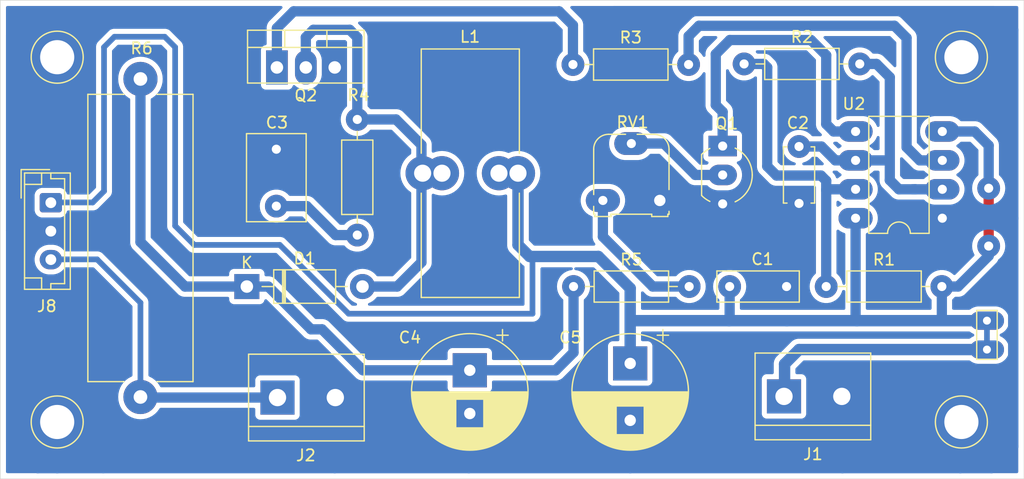
<source format=kicad_pcb>
(kicad_pcb (version 20240108) (generator "pcbnew") (generator_version "8.0")
  (layers (0 "F.Cu" signal) (31 "B.Cu" signal) (34 "B.Paste" user) (35 "F.Paste" user) (36 "B.SilkS" user "B.Silkscreen") (37 "F.SilkS" user "F.Silkscreen") (38 "B.Mask" user) (39 "F.Mask" user) (44 "Edge.Cuts" user))
  (net 0 "")
  (net 1 "+12V")
  (net 2 "GND")
  (net 3 "Net-(U2-THR)")
  (net 4 "Net-(C3-Pad2)")
  (net 5 "Net-(D1-K)")
  (net 6 "Net-(D1-A)")
  (net 7 "Net-(Q1-B)")
  (net 8 "Net-(Q1-C)")
  (net 9 "Net-(Q2-G)")
  (net 10 "Net-(U2-DIS)")
  (net 11 "Net-(U2-Q)")
  (net 12 "Net-(R5-Pad1)")
  (net 13 "Net-(J2-Pin_1)")
  (footprint "TestPoint:TestPoint_Bridge_Pitch2.54mm_Drill0.7mm" (layer "F.Cu") (at 209.2452 95.0976 -90)
    (property "Reference" "J7" (hide yes))
    (property "Value" "Int")
    (pad "1" thru_hole oval (at 0 0 270) (size 1.6 3) (drill 0.7) (layers "*.Cu" "*.Mask") (net 1 "+12V"))
    (pad "2" thru_hole oval (at 2.54 0 270) (size 1.6 3) (drill 0.7) (layers "*.Cu" "*.Mask") (net 1 "+12V"))
  )
  (footprint "TerminalBlock:TerminalBlock_bornier-2_P5.08mm" (layer "F.Cu") (at 191.4144 101.7524)
    (property "Reference" "J1" (at 2.54 5.08 0) (layer "F.SilkS"))
    (property "Value" "12VIn")
    (pad "1" thru_hole rect (at 0 0) (size 3 3) (drill 1.52) (layers "*.Cu" "*.Mask") (net 1 "+12V"))
    (pad "2" thru_hole circle (at 5.08 0) (size 3 3) (drill 1.52) (layers "*.Cu" "*.Mask") (net 2 "GND"))
  )
  (footprint "TestPoint:TestPoint_Plated_Hole_D3.0mm" (layer "F.Cu") (at 127.5588 104)
    (property "Reference" "J6" (hide yes))
    (property "Value" "hole" (hide yes))
    (pad "1" thru_hole circle (at 0 0) (size 4 4) (drill 3) (layers "*.Cu" "*.Mask") (net 2 "GND"))
  )
  (footprint "Resistor_THT:R_Axial_DIN0207_L6.3mm_D2.5mm_P10.16mm_Horizontal" (layer "F.Cu") (at 205.2828 92.0988 180)
    (property "Reference" "R1" (at 5.08 2.3668 0) (layer "F.SilkS"))
    (property "Value" "1K")
    (pad "1" thru_hole oval (at 0 0 180) (size 2 2) (drill 0.8) (layers "*.Cu" "*.Mask") (net 1 "+12V"))
    (pad "2" thru_hole oval (at 10.16 0 180) (size 2 2) (drill 0.8) (layers "*.Cu" "*.Mask") (net 10 "Net-(U2-DIS)"))
  )
  (footprint "Capacitor_THT:CP_Radial_D10.0mm_P3.80mm" (layer "F.Cu") (at 163.8086 99.4568 -90)
    (property "Reference" "C4" (at -2.876777 5.2618 180) (layer "F.SilkS"))
    (property "Value" "4,7uF 400v")
    (pad "1" thru_hole rect (at 0 0 270) (size 3 3) (drill 1) (layers "*.Cu" "*.Mask") (net 5 "Net-(D1-K)"))
    (pad "2" thru_hole circle (at 3.8 0 270) (size 3 3) (drill 1) (layers "*.Cu" "*.Mask") (net 2 "GND"))
  )
  (footprint "Resistor_THT:R_Axial_DIN0207_L6.3mm_D2.5mm_P10.16mm_Horizontal" (layer "F.Cu") (at 183.0324 72.5932 180)
    (property "Reference" "R3" (at 5.08 2.37 0) (layer "F.SilkS"))
    (property "Value" "4R7")
    (pad "1" thru_hole oval (at 0 0 180) (size 2 2) (drill 0.8) (layers "*.Cu" "*.Mask") (net 11 "Net-(U2-Q)"))
    (pad "2" thru_hole oval (at 10.16 0 180) (size 2 2) (drill 0.8) (layers "*.Cu" "*.Mask") (net 9 "Net-(Q2-G)"))
  )
  (footprint "Capacitor_THT:CP_Radial_D10.0mm_P5.00mm" (layer "F.Cu") (at 177.9016 98.8568 -90)
    (property "Reference" "C5" (at -2.276777 5.2618 0) (layer "F.SilkS"))
    (property "Value" "470uF 25v")
    (pad "1" thru_hole rect (at 0 0 270) (size 3 3) (drill 1) (layers "*.Cu" "*.Mask") (net 1 "+12V"))
    (pad "2" thru_hole circle (at 5 0 270) (size 3 3) (drill 1) (layers "*.Cu" "*.Mask") (net 2 "GND"))
  )
  (footprint "TerminalBlock:TerminalBlock_bornier-2_P5.08mm" (layer "F.Cu") (at 146.9136 101.854)
    (property "Reference" "J2" (at 2.4892 5.08 0) (layer "F.SilkS"))
    (property "Value" "300VOut")
    (pad "1" thru_hole rect (at 0 0) (size 3 3) (drill 1.52) (layers "*.Cu" "*.Mask") (net 13 "Net-(J2-Pin_1)"))
    (pad "2" thru_hole circle (at 5.08 0) (size 3 3) (drill 1.52) (layers "*.Cu" "*.Mask") (net 2 "GND"))
  )
  (footprint "Capacitor_THT:C_Disc_D4.7mm_W2.5mm_P5.00mm" (layer "F.Cu") (at 192.7352 79.7968 -90)
    (property "Reference" "C2" (at -2.072 0.1016 0) (layer "F.SilkS"))
    (property "Value" "2,2nF")
    (pad "1" thru_hole oval (at 0 0 270) (size 2 2) (drill 0.8) (layers "*.Cu" "*.Mask") (net 3 "Net-(U2-THR)"))
    (pad "2" thru_hole oval (at 5 0 270) (size 2 2) (drill 0.8) (layers "*.Cu" "*.Mask") (net 2 "GND"))
  )
  (footprint "Potentiometer_THT:Potentiometer_Runtron_RM-065_Vertical" (layer "F.Cu") (at 180.5032 84.5368 180)
    (property "Reference" "RV1" (at 2.3984 6.8636 0) (layer "F.SilkS"))
    (property "Value" "1K")
    (pad "1" thru_hole rect (at 0 0 180) (size 3 2) (drill 1) (layers "*.Cu" "*.Mask") (net 2 "GND"))
    (pad "2" thru_hole oval (at 2.5 5 180) (size 3 2) (drill 0.8) (layers "*.Cu" "*.Mask") (net 7 "Net-(Q1-B)"))
    (pad "3" thru_hole oval (at 5 0 180) (size 3 2) (drill 0.8) (layers "*.Cu" "*.Mask") (net 12 "Net-(R5-Pad1)"))
  )
  (footprint "Resistor_THT:R_Axial_DIN0207_L6.3mm_D2.5mm_P10.16mm_Horizontal" (layer "F.Cu") (at 183.0832 92.0988 180)
    (property "Reference" "R5" (at 5.08 2.3668 0) (layer "F.SilkS"))
    (property "Value" "220K")
    (pad "1" thru_hole oval (at 0 0 180) (size 2 2) (drill 0.8) (layers "*.Cu" "*.Mask") (net 12 "Net-(R5-Pad1)"))
    (pad "2" thru_hole oval (at 10.16 0 180) (size 2 2) (drill 0.8) (layers "*.Cu" "*.Mask") (net 5 "Net-(D1-K)"))
  )
  (footprint "Package_TO_SOT_THT:TO-220-3_Vertical" (layer "F.Cu") (at 146.8628 72.8506)
    (property "Reference" "Q2" (at 2.54 2.4586 0) (layer "F.SilkS"))
    (property "Value" "IRF840")
    (pad "1" thru_hole rect (at 0 0) (size 1.905 3) (drill 1.1) (layers "*.Cu" "*.Mask") (net 9 "Net-(Q2-G)"))
    (pad "2" thru_hole oval (at 2.54 0) (size 1.905 3) (drill 1.1) (layers "*.Cu" "*.Mask") (net 6 "Net-(D1-A)"))
    (pad "3" thru_hole oval (at 5.08 0) (size 1.905 3) (drill 1.1) (layers "*.Cu" "*.Mask") (net 2 "GND"))
  )
  (footprint "Package_DIP:DIP-8_W7.62mm" (layer "F.Cu") (at 205.3236 86.0968 180)
    (property "Reference" "U2" (at 7.7624 10.0492 0) (layer "F.SilkS"))
    (property "Value" "NE555P")
    (pad "1" thru_hole rect (at 0 0 180) (size 3 1.8) (drill 0.8) (layers "*.Cu" "*.Mask") (net 2 "GND"))
    (pad "2" thru_hole oval (at 0 2.54 180) (size 3 1.8) (drill 0.8) (layers "*.Cu" "*.Mask") (net 3 "Net-(U2-THR)"))
    (pad "3" thru_hole oval (at 0 5.08 180) (size 3 1.8) (drill 0.8) (layers "*.Cu" "*.Mask") (net 11 "Net-(U2-Q)"))
    (pad "4" thru_hole oval (at 0 7.62 180) (size 3 1.8) (drill 0.8) (layers "*.Cu" "*.Mask") (net 1 "+12V"))
    (pad "5" thru_hole oval (at 7.62 7.62 180) (size 3 1.8) (drill 0.8) (layers "*.Cu" "*.Mask") (net 8 "Net-(Q1-C)"))
    (pad "6" thru_hole oval (at 7.62 5.08 180) (size 3 1.8) (drill 0.8) (layers "*.Cu" "*.Mask") (net 3 "Net-(U2-THR)"))
    (pad "7" thru_hole oval (at 7.62 2.54 180) (size 3 1.8) (drill 0.8) (layers "*.Cu" "*.Mask") (net 10 "Net-(U2-DIS)"))
    (pad "8" thru_hole oval (at 7.62 0 180) (size 3 1.8) (drill 0.8) (layers "*.Cu" "*.Mask") (net 1 "+12V"))
  )
  (footprint "Resistor_THT:R_Axial_DIN0207_L6.3mm_D2.5mm_P10.16mm_Horizontal" (layer "F.Cu") (at 198.0692 72.5424 180)
    (property "Reference" "R2" (at 5.08 2.37 0) (layer "F.SilkS"))
    (property "Value" "10K")
    (pad "1" thru_hole oval (at 0 0 180) (size 2 2) (drill 0.8) (layers "*.Cu" "*.Mask") (net 3 "Net-(U2-THR)"))
    (pad "2" thru_hole oval (at 10.16 0 180) (size 2 2) (drill 0.8) (layers "*.Cu" "*.Mask") (net 10 "Net-(U2-DIS)"))
  )
  (footprint "TestPoint:TestPoint_Plated_Hole_D3.0mm" (layer "F.Cu") (at 207 104)
    (property "Reference" "J4" (hide yes))
    (property "Value" "hole" (hide yes))
    (pad "1" thru_hole circle (at 0 0) (size 4 4) (drill 3) (layers "*.Cu" "*.Mask") (net 2 "GND"))
  )
  (footprint "Resistor_THT:R_Axial_DIN0207_L6.3mm_D2.5mm_P10.16mm_Horizontal" (layer "F.Cu") (at 153.924 77.4192 -90)
    (property "Reference" "R4" (at -2.1336 -0.1016 180) (layer "F.SilkS"))
    (property "Value" "2K2")
    (pad "1" thru_hole oval (at 0 0 270) (size 2 2) (drill 0.8) (layers "*.Cu" "*.Mask") (net 6 "Net-(D1-A)"))
    (pad "2" thru_hole oval (at 10.16 0 270) (size 2 2) (drill 0.8) (layers "*.Cu" "*.Mask") (net 4 "Net-(C3-Pad2)"))
  )
  (footprint "TestPoint:TestPoint_Plated_Hole_D3.0mm" (layer "F.Cu") (at 127.5588 71.95)
    (property "Reference" "J5" (hide yes))
    (property "Value" "hole" (hide yes))
    (pad "1" thru_hole circle (at 0 0) (size 4 4) (drill 3) (layers "*.Cu" "*.Mask") (net 2 "GND"))
  )
  (footprint "Package_TO_SOT_THT:TO-92_Inline_Wide" (layer "F.Cu") (at 186.0252 79.7568 -90)
    (property "Reference" "Q1" (at -1.982 -0.36 0) (layer "F.SilkS"))
    (property "Value" "BC547")
    (pad "1" thru_hole rect (at 0 0 270) (size 1.8 2.5) (drill 0.8) (layers "*.Cu" "*.Mask") (net 8 "Net-(Q1-C)"))
    (pad "2" thru_hole oval (at 2.54 0 270) (size 1.8 2.5) (drill 0.8) (layers "*.Cu" "*.Mask") (net 7 "Net-(Q1-B)"))
    (pad "3" thru_hole oval (at 5.08 0 270) (size 1.8 2.5) (drill 0.8) (layers "*.Cu" "*.Mask") (net 2 "GND"))
  )
  (footprint "Resistor_THT:R_Axial_Power_L25.0mm_W9.0mm_P27.94mm" (layer "F.Cu") (at 134.874 73.8632 -90)
    (property "Reference" "R6" (at -2.6924 -0.1016 0) (layer "F.SilkS"))
    (property "Value" "18K 5W")
    (pad "1" thru_hole oval (at 0 0 270) (size 3 3) (drill 1.2) (layers "*.Cu" "*.Mask") (net 5 "Net-(D1-K)"))
    (pad "2" thru_hole oval (at 27.94 0 270) (size 3 3) (drill 1.2) (layers "*.Cu" "*.Mask") (net 13 "Net-(J2-Pin_1)"))
  )
  (footprint "Capacitor_THT:C_Disc_D7.5mm_W5.0mm_P5.00mm" (layer "F.Cu") (at 146.812 80.0356 -90)
    (property "Reference" "C3" (at -2.3368 -0.0508 0) (layer "F.SilkS"))
    (property "Value" "100pF 400V")
    (pad "1" thru_hole oval (at 0 0 270) (size 2 2) (drill 0.8) (layers "*.Cu" "*.Mask") (net 2 "GND"))
    (pad "2" thru_hole oval (at 5 0 270) (size 2 2) (drill 0.8) (layers "*.Cu" "*.Mask") (net 4 "Net-(C3-Pad2)"))
  )
  (footprint "Connector_JST:JST_EH_B3B-EH-A_1x03_P2.50mm_Vertical" (layer "F.Cu") (at 127 84.7344 -90)
    (property "Reference" "J8" (at 9.0932 0.3556 180) (layer "F.SilkS"))
    (property "Value" "Voltmeter 300V out")
    (pad "1" thru_hole roundrect (at 0 0 270) (size 1.7 1.95) (drill 0.95) (layers "*.Cu" "*.Mask") (roundrect_rratio 0.147059) (net 1 "+12V"))
    (pad "2" thru_hole oval (at 2.5 0 270) (size 1.7 1.95) (drill 0.95) (layers "*.Cu" "*.Mask") (net 2 "GND"))
    (pad "3" thru_hole oval (at 5 0 270) (size 1.7 1.95) (drill 0.95) (layers "*.Cu" "*.Mask") (net 13 "Net-(J2-Pin_1)"))
  )
  (footprint "Capacitor_THT:C_Rect_L7.0mm_W2.5mm_P5.00mm" (layer "F.Cu") (at 186.6392 92.0988)
    (property "Reference" "C1" (at 2.8848 -2.406 0) (layer "F.SilkS"))
    (property "Value" "100nF")
    (pad "1" thru_hole oval (at 0 0) (size 2 2) (drill 0.8) (layers "*.Cu" "*.Mask") (net 1 "+12V"))
    (pad "2" thru_hole oval (at 5 0) (size 2 2) (drill 0.8) (layers "*.Cu" "*.Mask") (net 2 "GND"))
  )
  (footprint "Inductor_THT:L_Toroid_Vertical_L21.6mm_W8.4mm_P8.38mm_Pulse_G" (layer "F.Cu") (at 159.6644 82.1432 90)
    (property "Reference" "L1" (at 11.9884 4.1656 180) (layer "F.SilkS"))
    (property "Value" "100uH")
    (pad "1" thru_hole circle (at 0 0 90) (size 3 3) (drill 1.5) (layers "*.Cu" "*.Mask") (net 6 "Net-(D1-A)"))
    (pad "1" thru_hole circle (at 0 1.7018 90) (size 3 3) (drill 1.5) (layers "*.Cu" "*.Mask") (net 6 "Net-(D1-A)"))
    (pad "2" thru_hole circle (at 0 6.7056 90) (size 3 3) (drill 1.5) (layers "*.Cu" "*.Mask") (net 1 "+12V"))
    (pad "2" thru_hole circle (at 0 8.38 90) (size 3 3) (drill 1.5) (layers "*.Cu" "*.Mask") (net 1 "+12V"))
  )
  (footprint "Diode_THT:D_DO-41_SOD81_P10.16mm_Horizontal" (layer "F.Cu") (at 144.2212 92.1004)
    (property "Reference" "D1" (at 5.08 -2.47 180) (layer "F.SilkS"))
    (property "Value" "FR107")
    (fp_text user "K" (at 0 -2.1 0) (layer "F.SilkS"))
    (pad "1" thru_hole rect (at 0 0) (size 2.2 2.2) (drill 1.1) (layers "*.Cu" "*.Mask") (net 5 "Net-(D1-K)"))
    (pad "2" thru_hole oval (at 10.16 0) (size 2.2 2.2) (drill 1.1) (layers "*.Cu" "*.Mask") (net 6 "Net-(D1-A)"))
  )
  (footprint "TestPoint:TestPoint_Plated_Hole_D3.0mm" (layer "F.Cu") (at 207 71.95)
    (property "Reference" "J3" (hide yes))
    (property "Value" "hole" (hide yes))
    (pad "1" thru_hole circle (at 0 0) (size 4 4) (drill 3) (layers "*.Cu" "*.Mask") (net 2 "GND"))
  )
  (gr_rect (start 122.5588 66.95) (end 212.5 109) (stroke (width 0.05)) (fill none) (layer "Edge.Cuts"))
  (segment (start 209.3976 88.5444) (end 209.3976 83.4644) (width 0.9) (layer "F.Cu") (net 1))
  (via (at 209.3976 83.4644) (size 2) (drill 0.8) (layers "F.Cu" "B.Cu") (net 1))
  (via (at 209.3976 88.5444) (size 2) (drill 0.8) (layers "F.Cu" "B.Cu") (net 1))
  (segment (start 169.0624 89.4588) (end 169.3164 89.7128) (width 0.5) (layer "B.Cu") (net 1))
  (segment (start 186.6392 95.0468) (end 186.5884 95.0976) (width 0.9) (layer "B.Cu") (net 1))
  (segment (start 153.162 94.488) (end 147.1168 88.4428) (width 0.5) (layer "B.Cu") (net 1))
  (segment (start 197.7036 86.0968) (end 197.7036 94.986) (width 0.9) (layer "B.Cu") (net 1))
  (segment (start 177.9016 92.2528) (end 175.1076 89.4588) (width 1) (layer "B.Cu") (net 1))
  (segment (start 147.1168 88.4428) (end 139.5984 88.4428) (width 0.5) (layer "B.Cu") (net 1))
  (segment (start 209.3976 89.408) (end 206.7068 92.0988) (width 0.9) (layer "B.Cu") (net 1))
  (segment (start 137.0076 70.1548) (end 132.588 70.1548) (width 0.5) (layer "B.Cu") (net 1))
  (segment (start 209.2452 97.6376) (end 209.2452 95.0976) (width 0.5) (layer "B.Cu") (net 1))
  (segment (start 191.6684 95.0976) (end 197.8152 95.0976) (width 1) (layer "B.Cu") (net 1))
  (segment (start 131.6736 71.0692) (end 131.6736 83.7184) (width 0.5) (layer "B.Cu") (net 1))
  (segment (start 209.2452 95.0976) (end 197.8152 95.0976) (width 1) (layer "B.Cu") (net 1))
  (segment (start 177.9016 95.0976) (end 177.9016 92.2528) (width 1) (layer "B.Cu") (net 1))
  (segment (start 177.9016 98.8568) (end 177.9016 95.0976) (width 1) (layer "B.Cu") (net 1))
  (segment (start 130.6792 84.7128) (end 126.492 84.7128) (width 0.5) (layer "B.Cu") (net 1))
  (segment (start 186.6392 92.0988) (end 186.6392 95.0468) (width 0.9) (layer "B.Cu") (net 1))
  (segment (start 208.1692 78.4768) (end 205.3236 78.4768) (width 0.9) (layer "B.Cu") (net 1))
  (segment (start 169.3164 89.7128) (end 169.3164 94.488) (width 0.5) (layer "B.Cu") (net 1))
  (segment (start 137.922 86.7664) (end 137.922 71.0692) (width 0.5) (layer "B.Cu") (net 1))
  (segment (start 131.6736 83.7184) (end 130.6792 84.7128) (width 0.5) (layer "B.Cu") (net 1))
  (segment (start 209.3976 79.7052) (end 208.1692 78.4768) (width 0.9) (layer "B.Cu") (net 1))
  (segment (start 197.7036 94.986) (end 197.8152 95.0976) (width 0.9) (layer "B.Cu") (net 1))
  (segment (start 209.2452 97.6376) (end 192.7352 97.6376) (width 1) (layer "B.Cu") (net 1))
  (segment (start 209.3976 83.4644) (end 209.3976 79.7052) (width 0.9) (layer "B.Cu") (net 1))
  (segment (start 169.3164 94.488) (end 153.162 94.488) (width 0.5) (layer "B.Cu") (net 1))
  (segment (start 205.2828 95.0976) (end 205.2828 92.0988) (width 0.9) (layer "B.Cu") (net 1))
  (segment (start 191.4652 98.9076) (end 191.4652 101.854) (width 1) (layer "B.Cu") (net 1))
  (segment (start 206.7068 92.0988) (end 205.2828 92.0988) (width 0.9) (layer "B.Cu") (net 1))
  (segment (start 192.7352 97.6376) (end 191.4652 98.9076) (width 1) (layer "B.Cu") (net 1))
  (segment (start 139.5984 88.4428) (end 137.922 86.7664) (width 0.5) (layer "B.Cu") (net 1))
  (segment (start 186.5884 95.0976) (end 191.6684 95.0976) (width 1) (layer "B.Cu") (net 1))
  (segment (start 175.1076 89.4588) (end 169.0624 89.4588) (width 1) (layer "B.Cu") (net 1))
  (segment (start 177.9016 95.0976) (end 186.5884 95.0976) (width 1) (layer "B.Cu") (net 1))
  (segment (start 137.922 71.0692) (end 137.0076 70.1548) (width 0.5) (layer "B.Cu") (net 1))
  (segment (start 132.588 70.1548) (end 131.6736 71.0692) (width 0.5) (layer "B.Cu") (net 1))
  (segment (start 168.0444 88.4408) (end 169.0624 89.4588) (width 1) (layer "B.Cu") (net 1))
  (segment (start 168.0444 82.1432) (end 168.0444 88.4408) (width 1) (layer "B.Cu") (net 1))
  (segment (start 209.3976 88.5444) (end 209.3976 89.408) (width 0.9) (layer "B.Cu") (net 1))
  (segment (start 127.5588 67.9196) (end 125.6284 67.9196) (width 0.9) (layer "B.Cu") (net 2))
  (segment (start 129.4892 67.9196) (end 127.5588 67.9196) (width 0.9) (layer "B.Cu") (net 2))
  (segment (start 174.9266 81.5562) (end 174.9266 69.4214) (width 0.9) (layer "B.Cu") (net 2))
  (segment (start 123.5088 87.1728) (end 123.5088 105.7148) (width 0.9) (layer "B.Cu") (net 2))
  (segment (start 177.9016 106.68) (end 177.9016 108.05) (width 0.9) (layer "B.Cu") (net 2))
  (segment (start 127.5588 108.05) (end 131.6088 108.05) (width 0.9) (layer "B.Cu") (net 2))
  (segment (start 196.5452 101.854) (end 196.5452 108.05) (width 0.9) (layer "B.Cu") (net 2))
  (segment (start 163.8086 107.9698) (end 163.7284 108.05) (width 0.9) (layer "B.Cu") (net 2))
  (segment (start 186.0252 87.7376) (end 186.0804 87.7928) (width 0.9) (layer "B.Cu") (net 2))
  (segment (start 123.5088 105.7148) (end 125.844 108.05) (width 0.9) (layer "B.Cu") (net 2))
  (segment (start 140.1572 69.596) (end 138.4808 67.9196) (width 0.9) (layer "B.Cu") (net 2))
  (segment (start 125.6284 67.9196) (end 123.5088 70.0392) (width 0.9) (layer "B.Cu") (net 2))
  (segment (start 163.7284 108.05) (end 177.9016 108.05) (width 0.9) (layer "B.Cu") (net 2))
  (segment (start 140.1572 78.232) (end 140.1572 69.596) (width 0.9) (layer "B.Cu") (net 2))
  (segment (start 174.9266 69.4214) (end 176.448 67.9) (width 0.9) (layer "B.Cu") (net 2))
  (segment (start 192.7352 87.7316) (end 192.7352 91.0028) (width 0.9) (layer "B.Cu") (net 2))
  (segment (start 151.9428 72.8506) (end 151.9428 78.486) (width 0.9) (layer "B.Cu") (net 2))
  (segment (start 129.4892 67.9196) (end 128.778 67.9196) (width 0.9) (layer "B.Cu") (net 2))
  (segment (start 138.4808 67.9196) (end 129.4892 67.9196) (width 0.9) (layer "B.Cu") (net 2))
  (segment (start 180.5032 82.8656) (end 179.7304 82.0928) (width 0.9) (layer "B.Cu") (net 2))
  (segment (start 180.5032 87.3868) (end 180.5032 84.5368) (width 0.9) (layer "B.Cu") (net 2))
  (segment (start 151.892 101.9048) (end 151.9428 101.854) (width 0.9) (layer "B.Cu") (net 2))
  (segment (start 127.5588 71.95) (end 127.5588 67.9196) (width 0.9) (layer "B.Cu") (net 2))
  (segment (start 163.8086 106.7522) (end 163.8086 107.9698) (width 0.9) (layer "B.Cu") (net 2))
  (segment (start 175.4632 82.0928) (end 174.9266 81.5562) (width 0.9) (layer "B.Cu") (net 2))
  (segment (start 126.492 87.2128) (end 123.5488 87.2128) (width 0.9) (layer "B.Cu") (net 2))
  (segment (start 192.7352 84.7968) (end 192.7352 87.7316) (width 0.9) (layer "B.Cu") (net 2))
  (segment (start 151.9428 78.486) (end 150.368 80.0608) (width 0.9) (layer "B.Cu") (net 2))
  (segment (start 177.9016 103.8568) (end 177.9016 106.68) (width 0.9) (layer "B.Cu") (net 2))
  (segment (start 196.5452 108.05) (end 206.9084 108.05) (width 0.9) (layer "B.Cu") (net 2))
  (segment (start 180.9092 87.7928) (end 180.5032 87.3868) (width 0.9) (layer "B.Cu") (net 2))
  (segment (start 176.448 67.9) (end 207 67.9) (width 0.9) (layer "B.Cu") (net 2))
  (segment (start 127.5588 69.1388) (end 127.5588 71.95) (width 0.9) (layer "B.Cu") (net 2))
  (segment (start 179.7304 82.0928) (end 175.4632 82.0928) (width 0.9) (layer "B.Cu") (net 2))
  (segment (start 211.55 106.1532) (end 211.55 86.106) (width 0.9) (layer "B.Cu") (net 2))
  (segment (start 177.3016 103.2568) (end 177.9016 103.8568) (width 0.9) (layer "B.Cu") (net 2))
  (segment (start 209.886 67.9) (end 207 67.9) (width 0.9) (layer "B.Cu") (net 2))
  (segment (start 151.9428 108.05) (end 163.7284 108.05) (width 0.9) (layer "B.Cu") (net 2))
  (segment (start 151.9428 101.854) (end 151.9428 106.7308) (width 0.9) (layer "B.Cu") (net 2))
  (segment (start 211.55 86.106) (end 211.55 69.564) (width 0.9) (layer "B.Cu") (net 2))
  (segment (start 205.3236 86.0968) (end 211.5408 86.0968) (width 0.9) (layer "B.Cu") (net 2))
  (segment (start 207 67.9) (end 207 71.95) (width 0.9) (layer "B.Cu") (net 2))
  (segment (start 141.9608 80.0356) (end 140.1572 78.232) (width 0.9) (layer "B.Cu") (net 2))
  (segment (start 127.5588 104) (end 127.5588 108.05) (width 0.9) (layer "B.Cu") (net 2))
  (segment (start 163.8086 103.2568) (end 163.8086 106.7522) (width 0.9) (layer "B.Cu") (net 2))
  (segment (start 186.0252 84.8368) (end 186.0252 87.7376) (width 0.9) (layer "B.Cu") (net 2))
  (segment (start 180.5032 84.5368) (end 180.5032 82.8656) (width 0.9) (layer "B.Cu") (net 2))
  (segment (start 151.9428 106.7308) (end 151.9428 108.05) (width 0.9) (layer "B.Cu") (net 2))
  (segment (start 131.6088 108.05) (end 151.9428 108.05) (width 0.9) (layer "B.Cu") (net 2))
  (segment (start 177.9016 108.05) (end 196.5452 108.05) (width 0.9) (layer "B.Cu") (net 2))
  (segment (start 146.812 80.0356) (end 141.9608 80.0356) (width 0.9) (layer "B.Cu") (net 2))
  (segment (start 146.8372 80.0608) (end 146.812 80.0356) (width 0.9) (layer "B.Cu") (net 2))
  (segment (start 192.674 87.7928) (end 192.7352 87.7316) (width 0.9) (layer "B.Cu") (net 2))
  (segment (start 186.0804 87.7928) (end 192.674 87.7928) (width 0.9) (layer "B.Cu") (net 2))
  (segment (start 209.6532 108.05) (end 211.55 106.1532) (width 0.9) (layer "B.Cu") (net 2))
  (segment (start 125.844 108.05) (end 127.5588 108.05) (width 0.9) (layer "B.Cu") (net 2))
  (segment (start 186.0804 87.7928) (end 180.9092 87.7928) (width 0.9) (layer "B.Cu") (net 2))
  (segment (start 207 107.9584) (end 206.9084 108.05) (width 0.9) (layer "B.Cu") (net 2))
  (segment (start 150.368 80.0608) (end 146.8372 80.0608) (width 0.9) (layer "B.Cu") (net 2))
  (segment (start 207 104) (end 207 107.9584) (width 0.9) (layer "B.Cu") (net 2))
  (segment (start 123.5088 70.0392) (end 123.5088 87.1728) (width 0.9) (layer "B.Cu") (net 2))
  (segment (start 123.5488 87.2128) (end 123.5088 87.1728) (width 0.9) (layer "B.Cu") (net 2))
  (segment (start 211.5408 86.0968) (end 211.55 86.106) (width 0.9) (layer "B.Cu") (net 2))
  (segment (start 206.9084 108.05) (end 209.6532 108.05) (width 0.9) (layer "B.Cu") (net 2))
  (segment (start 192.7352 91.0028) (end 191.6392 92.0988) (width 0.9) (layer "B.Cu") (net 2))
  (segment (start 211.55 69.564) (end 209.886 67.9) (width 0.9) (layer "B.Cu") (net 2))
  (segment (start 194.7064 79.7968) (end 192.7352 79.7968) (width 0.9) (layer "B.Cu") (net 3))
  (segment (start 200.7108 82.7532) (end 201.5144 83.5568) (width 0.9) (layer "B.Cu") (net 3))
  (segment (start 200.1936 81.0168) (end 197.7036 81.0168) (width 0.9) (layer "B.Cu") (net 3))
  (segment (start 198.0692 72.5424) (end 199.5424 72.5424) (width 0.9) (layer "B.Cu") (net 3))
  (segment (start 200.7108 73.7108) (end 200.7108 82.7532) (width 0.9) (layer "B.Cu") (net 3))
  (segment (start 201.5144 83.5568) (end 202.9368 83.5568) (width 0.9) (layer "B.Cu") (net 3))
  (segment (start 195.9264 81.0168) (end 194.7064 79.7968) (width 0.9) (layer "B.Cu") (net 3))
  (segment (start 202.9368 83.5568) (end 202.7336 83.5568) (width 0.9) (layer "B.Cu") (net 3))
  (segment (start 197.7036 81.0168) (end 195.9264 81.0168) (width 0.9) (layer "B.Cu") (net 3))
  (segment (start 202.9368 83.5568) (end 205.3236 83.5568) (width 0.9) (layer "B.Cu") (net 3))
  (segment (start 199.5424 72.5424) (end 200.7108 73.7108) (width 0.9) (layer "B.Cu") (net 3))
  (segment (start 153.924 87.5792) (end 152.024 87.5792) (width 0.9) (layer "B.Cu") (net 4))
  (segment (start 146.812 85.0356) (end 149.4804 85.0356) (width 0.9) (layer "B.Cu") (net 4))
  (segment (start 149.4804 85.0356) (end 152.024 87.5792) (width 0.9) (layer "B.Cu") (net 4))
  (segment (start 134.874 88.1888) (end 134.874 73.8632) (width 0.9) (layer "B.Cu") (net 5))
  (segment (start 149.86 95.8596) (end 150.8252 95.8596) (width 0.9) (layer "B.Cu") (net 5))
  (segment (start 144.2212 92.1004) (end 146.1008 92.1004) (width 0.9) (layer "B.Cu") (net 5))
  (segment (start 154.4224 99.4568) (end 163.8086 99.4568) (width 0.9) (layer "B.Cu") (net 5))
  (segment (start 150.8252 95.8596) (end 154.4224 99.4568) (width 0.9) (layer "B.Cu") (net 5))
  (segment (start 171.358 99.4568) (end 172.9232 97.8916) (width 0.9) (layer "B.Cu") (net 5))
  (segment (start 172.9232 97.8916) (end 172.9232 92.0988) (width 0.9) (layer "B.Cu") (net 5))
  (segment (start 138.7856 92.1004) (end 134.874 88.1888) (width 0.9) (layer "B.Cu") (net 5))
  (segment (start 163.8086 99.4568) (end 171.358 99.4568) (width 0.9) (layer "B.Cu") (net 5))
  (segment (start 146.1008 92.1004) (end 149.86 95.8596) (width 0.9) (layer "B.Cu") (net 5))
  (segment (start 144.2212 92.1004) (end 138.7856 92.1004) (width 0.9) (layer "B.Cu") (net 5))
  (segment (start 157.4292 92.1004) (end 154.3812 92.1004) (width 0.9) (layer "B.Cu") (net 6))
  (segment (start 159.5628 89.9668) (end 157.4292 92.1004) (width 0.9) (layer "B.Cu") (net 6))
  (segment (start 150.0632 69.5452) (end 153.2636 69.5452) (width 0.9) (layer "B.Cu") (net 6))
  (segment (start 153.2636 69.5452) (end 153.924 70.2056) (width 0.9) (layer "B.Cu") (net 6))
  (segment (start 159.5628 79.6544) (end 159.5628 89.9668) (width 0.9) (layer "B.Cu") (net 6))
  (segment (start 149.4028 72.8506) (end 149.4028 70.2056) (width 0.9) (layer "B.Cu") (net 6))
  (segment (start 157.3276 77.4192) (end 159.5628 79.6544) (width 0.9) (layer "B.Cu") (net 6))
  (segment (start 153.924 70.2056) (end 153.924 77.4192) (width 0.9) (layer "B.Cu") (net 6))
  (segment (start 149.4028 70.2056) (end 150.0632 69.5452) (width 0.9) (layer "B.Cu") (net 6))
  (segment (start 153.924 77.4192) (end 157.3276 77.4192) (width 0.9) (layer "B.Cu") (net 6))
  (segment (start 178.0032 79.5368) (end 180.8652 79.5368) (width 0.9) (layer "B.Cu") (net 7))
  (segment (start 186.0252 82.2968) (end 183.6252 82.2968) (width 0.9) (layer "B.Cu") (net 7))
  (segment (start 180.8652 79.5368) (end 183.6252 82.2968) (width 0.9) (layer "B.Cu") (net 7))
  (segment (start 185.42 71.6788) (end 186.6584 70.4404) (width 0.9) (layer "B.Cu") (net 8))
  (segment (start 195.1228 77.8256) (end 195.774 78.4768) (width 0.9) (layer "B.Cu") (net 8))
  (segment (start 186.0252 79.7568) (end 186.0252 76.7544) (width 0.9) (layer "B.Cu") (net 8))
  (segment (start 185.42 76.1492) (end 185.42 71.6788) (width 0.9) (layer "B.Cu") (net 8))
  (segment (start 195.774 78.4768) (end 197.7036 78.4768) (width 0.9) (layer "B.Cu") (net 8))
  (segment (start 186.0252 76.7544) (end 185.42 76.1492) (width 0.9) (layer "B.Cu") (net 8))
  (segment (start 193.7828 70.4404) (end 195.1228 71.7804) (width 0.9) (layer "B.Cu") (net 8))
  (segment (start 186.6584 70.4404) (end 193.7828 70.4404) (width 0.9) (layer "B.Cu") (net 8))
  (segment (start 195.1228 71.7804) (end 195.1228 77.8256) (width 0.9) (layer "B.Cu") (net 8))
  (segment (start 171.6532 67.9196) (end 148.336 67.9196) (width 0.9) (layer "B.Cu") (net 9))
  (segment (start 172.8724 69.1388) (end 171.6532 67.9196) (width 0.9) (layer "B.Cu") (net 9))
  (segment (start 172.8724 72.5932) (end 172.8724 69.1388) (width 0.9) (layer "B.Cu") (net 9))
  (segment (start 148.336 67.9196) (end 146.8628 69.3928) (width 0.9) (layer "B.Cu") (net 9))
  (segment (start 146.8628 69.3928) (end 146.8628 72.8506) (width 0.9) (layer "B.Cu") (net 9))
  (segment (start 195.1228 82.804) (end 195.1228 83.6168) (width 0.9) (layer "B.Cu") (net 10))
  (segment (start 195.1228 92.0988) (end 195.1228 83.6168) (width 0.9) (layer "B.Cu") (net 10))
  (segment (start 187.9092 72.5424) (end 189.6364 72.5424) (width 0.9) (layer "B.Cu") (net 10))
  (segment (start 189.9412 81.534) (end 190.754 82.3468) (width 0.9) (layer "B.Cu") (net 10))
  (segment (start 195.1828 83.5568) (end 195.1228 83.6168) (width 0.9) (layer "B.Cu") (net 10))
  (segment (start 197.7036 83.5568) (end 195.1828 83.5568) (width 0.9) (layer "B.Cu") (net 10))
  (segment (start 189.6364 72.5424) (end 189.9412 72.8472) (width 0.9) (layer "B.Cu") (net 10))
  (segment (start 189.9412 72.8472) (end 189.9412 81.534) (width 0.9) (layer "B.Cu") (net 10))
  (segment (start 190.754 82.3468) (end 194.6656 82.3468) (width 0.9) (layer "B.Cu") (net 10))
  (segment (start 194.6656 82.3468) (end 195.1228 82.804) (width 0.9) (layer "B.Cu") (net 10))
  (segment (start 202.184 79.8576) (end 203.3432 81.0168) (width 0.9) (layer "B.Cu") (net 11))
  (segment (start 183.0324 72.5932) (end 183.0324 70.104) (width 0.9) (layer "B.Cu") (net 11))
  (segment (start 203.3432 81.0168) (end 205.3236 81.0168) (width 0.9) (layer "B.Cu") (net 11))
  (segment (start 183.9468 69.1896) (end 201.1172 69.1896) (width 0.9) (layer "B.Cu") (net 11))
  (segment (start 201.1172 69.1896) (end 202.184 70.2564) (width 0.9) (layer "B.Cu") (net 11))
  (segment (start 183.0324 70.104) (end 183.9468 69.1896) (width 0.9) (layer "B.Cu") (net 11))
  (segment (start 202.184 70.2564) (end 202.184 79.8576) (width 0.9) (layer "B.Cu") (net 11))
  (segment (start 175.5032 87.7208) (end 179.8812 92.0988) (width 0.9) (layer "B.Cu") (net 12))
  (segment (start 175.5032 84.5368) (end 175.5032 87.7208) (width 0.9) (layer "B.Cu") (net 12))
  (segment (start 179.8812 92.0988) (end 183.0832 92.0988) (width 0.9) (layer "B.Cu") (net 12))
  (segment (start 134.874 93.5228) (end 131.064 89.7128) (width 0.5) (layer "B.Cu") (net 13))
  (segment (start 134.874 101.8032) (end 134.9248 101.854) (width 0.9) (layer "B.Cu") (net 13))
  (segment (start 134.874 101.8032) (end 134.874 93.5228) (width 0.5) (layer "B.Cu") (net 13))
  (segment (start 134.9248 101.854) (end 146.8628 101.854) (width 0.9) (layer "B.Cu") (net 13))
  (segment (start 131.064 89.7128) (end 126.492 89.7128) (width 0.5) (layer "B.Cu") (net 13))
  (zone (net 0) (net_name "") (layer "B.Cu") (priority 1) (connect_pads yes (clearance 0.45)) (min_thickness 0.25) (fill yes (thermal_gap 0.5) (thermal_bridge_width 0.5) (island_removal_mode 1) (island_area_min 10))
    (polygon (pts (xy 194.7672 91.9988) (xy 197.7136 92.202) (xy 197.5612 80.9244) (xy 200.7616 80.9244) (xy 200.8124 82.55) (xy 201.5744 83.4644) (xy 205.1304 83.566) (xy 205.1812 80.9752) (xy 203.3524 80.9752) (xy 202.2348 79.8068) (xy 202.2348 70.5612) (xy 200.6092 68.9356) (xy 184.0484 68.8848) (xy 182.6768 70.0532) (xy 182.6768 72.3392) (xy 182.626 73.0504) (xy 189.9412 72.9996) (xy 189.9412 81.3816) (xy 190.8048 82.2452) (xy 194.7164 82.2452) (xy 195.1228 82.8548) (xy 194.7672 92.0496)))
  )
  (zone (net 2) (net_name "GND") (layer "B.Cu") (connect_pads yes (clearance 0.45)) (min_thickness 0.25) (fill yes (thermal_gap 0.5) (thermal_bridge_width 0.5))
    (polygon (pts (xy 122.5804 66.9544) (xy 212.4964 66.9544) (xy 212.4964 109.0168) (xy 122.5804 109.0168)))
  )
)
</source>
